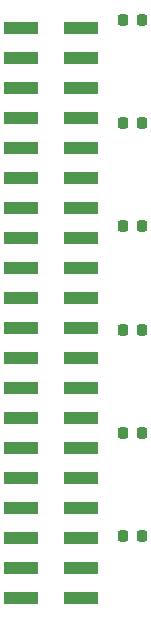
<source format=gbr>
%TF.GenerationSoftware,KiCad,Pcbnew,(7.0.0)*%
%TF.CreationDate,2023-03-30T09:00:50-07:00*%
%TF.ProjectId,wyw_r_frontpanel,7779775f-725f-4667-926f-6e7470616e65,rev?*%
%TF.SameCoordinates,Original*%
%TF.FileFunction,Paste,Bot*%
%TF.FilePolarity,Positive*%
%FSLAX46Y46*%
G04 Gerber Fmt 4.6, Leading zero omitted, Abs format (unit mm)*
G04 Created by KiCad (PCBNEW (7.0.0)) date 2023-03-30 09:00:50*
%MOMM*%
%LPD*%
G01*
G04 APERTURE LIST*
G04 Aperture macros list*
%AMRoundRect*
0 Rectangle with rounded corners*
0 $1 Rounding radius*
0 $2 $3 $4 $5 $6 $7 $8 $9 X,Y pos of 4 corners*
0 Add a 4 corners polygon primitive as box body*
4,1,4,$2,$3,$4,$5,$6,$7,$8,$9,$2,$3,0*
0 Add four circle primitives for the rounded corners*
1,1,$1+$1,$2,$3*
1,1,$1+$1,$4,$5*
1,1,$1+$1,$6,$7*
1,1,$1+$1,$8,$9*
0 Add four rect primitives between the rounded corners*
20,1,$1+$1,$2,$3,$4,$5,0*
20,1,$1+$1,$4,$5,$6,$7,0*
20,1,$1+$1,$6,$7,$8,$9,0*
20,1,$1+$1,$8,$9,$2,$3,0*%
G04 Aperture macros list end*
%ADD10R,3.000000X1.000000*%
%ADD11RoundRect,0.218750X0.218750X0.256250X-0.218750X0.256250X-0.218750X-0.256250X0.218750X-0.256250X0*%
G04 APERTURE END LIST*
D10*
%TO.C,J1*%
X27519999Y-106939999D03*
X22479999Y-106939999D03*
X27519999Y-104399999D03*
X22479999Y-104399999D03*
X27519999Y-101859999D03*
X22479999Y-101859999D03*
X27519999Y-99319999D03*
X22479999Y-99319999D03*
X27519999Y-96779999D03*
X22479999Y-96779999D03*
X27519999Y-94239999D03*
X22479999Y-94239999D03*
X27519999Y-91699999D03*
X22479999Y-91699999D03*
X27519999Y-89159999D03*
X22479999Y-89159999D03*
X27519999Y-86619999D03*
X22479999Y-86619999D03*
X27519999Y-84079999D03*
X22479999Y-84079999D03*
X27519999Y-81539999D03*
X22479999Y-81539999D03*
X27519999Y-78999999D03*
X22479999Y-78999999D03*
X27519999Y-76459999D03*
X22479999Y-76459999D03*
X27519999Y-73919999D03*
X22479999Y-73919999D03*
X27519999Y-71379999D03*
X22479999Y-71379999D03*
X27519999Y-68839999D03*
X22479999Y-68839999D03*
X27519999Y-66299999D03*
X22479999Y-66299999D03*
X27519999Y-63759999D03*
X22479999Y-63759999D03*
X27519999Y-61219999D03*
X22479999Y-61219999D03*
X27519999Y-58679999D03*
X22479999Y-58679999D03*
%TD*%
D11*
%TO.C,D5*%
X31125000Y-92950000D03*
X32700000Y-92950000D03*
%TD*%
%TO.C,D6*%
X31125000Y-101700000D03*
X32700000Y-101700000D03*
%TD*%
%TO.C,D3*%
X31125000Y-75450000D03*
X32700000Y-75450000D03*
%TD*%
%TO.C,D4*%
X31125000Y-84200000D03*
X32700000Y-84200000D03*
%TD*%
%TO.C,D2*%
X31125000Y-66700000D03*
X32700000Y-66700000D03*
%TD*%
%TO.C,D1*%
X31125000Y-57950000D03*
X32700000Y-57950000D03*
%TD*%
M02*

</source>
